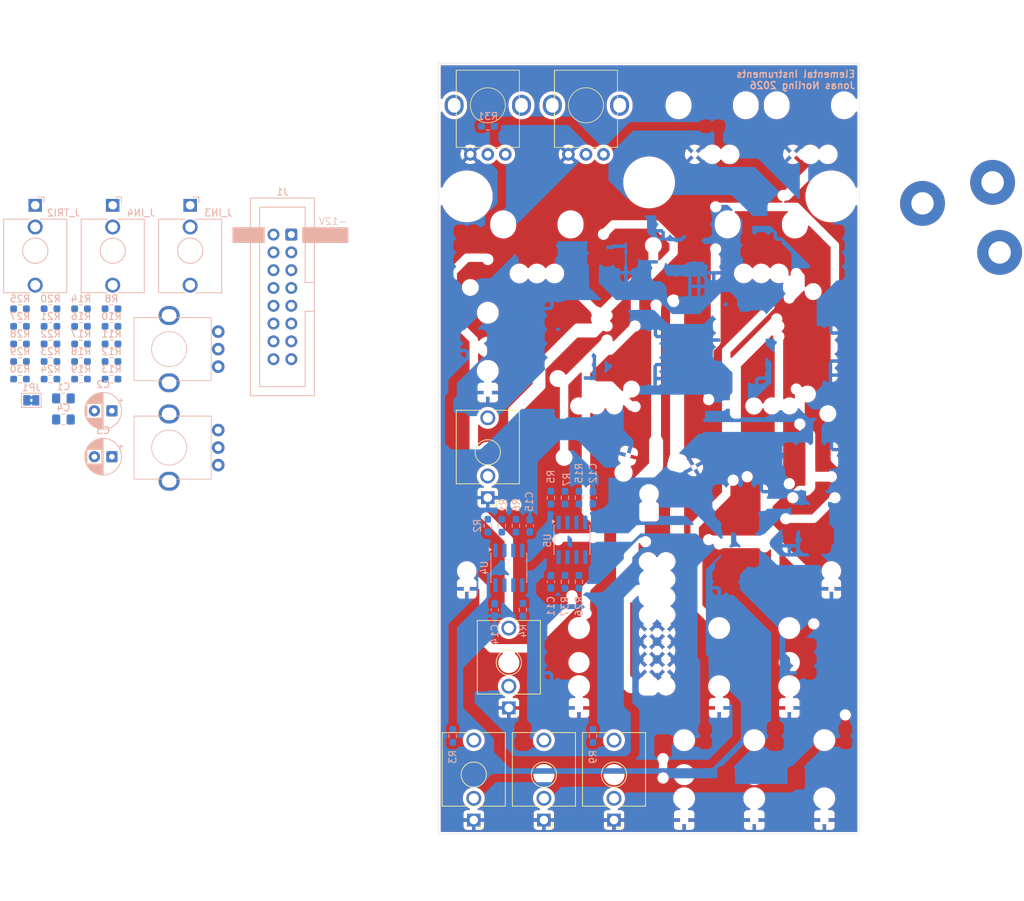
<source format=kicad_pcb>
(kicad_pcb (version 20241229) (generator "pcbnew") (generator_version "9.0")
  (layers (0 "F.Cu" power) (2 "B.Cu" signal) (13 "F.Paste" user) (15 "B.Paste" user) (5 "F.SilkS" user "F.Silkscreen") (7 "B.SilkS" user "B.Silkscreen") (1 "F.Mask" user) (3 "B.Mask" user) (25 "Edge.Cuts" user))
  (net 0 "")
  (net 1 "-12V")
  (net 3 "GND")
  (net 4 "+12V")
  (net 5 "+5V")
  (net 8 "Net-(C1-Pad2)")
  (net 9 "/DAC_OUT1")
  (net 10 "Net-(R2-Pad1)")
  (net 11 "Net-(C4-Pad2)")
  (net 12 "/DAC_OUT2")
  (net 13 "Net-(J_IN1-PadTN)")
  (net 14 "Net-(J_IN1-PadT)")
  (net 15 "Net-(J_IN2-PadT)")
  (net 16 "Net-(J_IN2-PadTN)")
  (net 17 "Net-(J_IN3-PadT)")
  (net 18 "Net-(J_IN3-PadTN)")
  (net 19 "Net-(J_IN4-PadT)")
  (net 20 "Net-(J_IN4-PadTN)")
  (net 21 "Net-(J_OUT1-PadT)")
  (net 24 "Net-(J_OUT2-PadT)")
  (net 26 "Net-(J_TRI2-PadT)")
  (net 27 "Net-(J1-Pin_14)")
  (net 28 "Net-(R4-Pad1)")
  (net 29 "Net-(J_TRI1-PadT)")
  (net 30 "BACKPLANE_CV")
  (net 31 "Net-(R5-Pad1)")
  (net 32 "/ADC_IN1")
  (net 33 "Net-(R10-Pad2)")
  (net 34 "+3.3V")
  (net 35 "Net-(R16-Pad1)")
  (net 36 "Net-(R11-Pad1)")
  (net 37 "Net-(R12-Pad2)")
  (net 38 "Net-(R13-Pad1)")
  (net 39 "Net-(U4A--)")
  (net 40 "Net-(U4B--)")
  (net 41 "Net-(U5A--)")
  (net 42 "Net-(R14-Pad2)")
  (net 43 "Net-(R29-Pad1)")
  (net 44 "Net-(R17-Pad2)")
  (net 45 "Net-(R31-Pad1)")
  (net 48 "Net-(U5B--)")
  (net 51 "Net-(R26-Pad1)")
  (net 52 "Net-(R22-Pad1)")
  (net 54 "Net-(R24-Pad1)")
  (net 56 "/ADC_IN2")
  (net 57 "Net-(R27-Pad1)")
  (net 60 "/POT2")
  (net 61 "/POT3")
  (net 62 "/POT1")
  (footprint "Connector_Audio:Jack_3.5mm_QingPu_WQP-PJ398SM_Vertical_CircularHoles" (layer "F.Cu") (at 90 132 180)
    (property "Reference" "J_IN1" (hide yes))
    (property "Value" "TS")
    (pad "S" thru_hole rect (at 0 0) (size 1.93 1.83) (drill 1.22) (layers "*.Cu" "*.Mask") (net 3 "GND"))
    (pad "T" thru_hole circle (at 0 11.4) (size 2.13 2.13) (drill 1.43) (layers "*.Cu" "*.Mask") (net 14 "Net-(J_IN1-PadT)"))
    (pad "TN" thru_hole circle (at 0 3.1) (size 2.13 2.13) (drill 1.42) (layers "*.Cu" "*.Mask") (net 13 "Net-(J_IN1-PadTN)"))
    (zone (net 0) (net_name "") (layer "F.Cu") (connect_pads (clearance 0)) (min_thickness 0.254)
      (keepout (tracks not_allowed) (vias not_allowed) (pads not_allowed) (copperpour not_allowed) (footprints not_allowed))
      (fill (thermal_gap 0.508) (thermal_bridge_width 0.508))
      (polygon (pts (xy 88.494859 125.52) (xy 88.51507 125.765829) (xy 88.575159 126.005055) (xy 88.673514 126.231256) (xy 88.807492 126.438355) (xy 88.973496 126.62079) (xy 89.167068 126.773664) (xy 89.383008 126.892869) (xy 89.615518 126.975206) (xy 89.858354 127.018461) (xy 90.104993 127.021475) (xy 90.348813 126.984165) (xy 90.583266 126.907534) (xy 90.802054 126.79364) (xy 90.999303 126.645542) (xy 91.169714 126.467216) (xy 91.308712 126.263452) (xy 91.412564 126.039722) (xy 91.478481 125.802035) (xy 91.504692 125.556774) (xy 91.490493 125.310525) (xy 91.436266 125.069901) (xy 91.343468 124.841366) (xy 91.214589 124.631055) (xy 91.053092 124.444618) (xy 90.863313 124.287061) (xy 90.65035 124.162615) (xy 90.419921 124.074623) (xy 90.178215 124.025447) (xy 89.931722 124.016408) (xy 89.687064 124.04775) (xy 89.450809 124.11863) (xy 89.229303 124.227144) (xy 89.028495 124.370379) (xy 88.853777 124.544488) (xy 88.709842 124.744795) (xy 88.600555 124.965921) (xy 88.528851 125.201926) (xy 88.496656 125.446474)))
    )
  )
  (footprint "Connector_Audio:Jack_3.5mm_QingPu_WQP-PJ398SM_Vertical_CircularHoles" (layer "F.Cu") (at 105 148 180)
    (property "Reference" "J_TRI1" (hide yes))
    (property "Value" "TS")
    (pad "S" thru_hole rect (at 0 0) (size 1.93 1.83) (drill 1.22) (layers "*.Cu" "*.Mask") (net 3 "GND"))
    (pad "T" thru_hole circle (at 0 11.4) (size 2.13 2.13) (drill 1.43) (layers "*.Cu" "*.Mask") (net 29 "Net-(J_TRI1-PadT)"))
    (pad "TN" thru_hole circle (at 0 3.1) (size 2.13 2.13) (drill 1.42) (layers "*.Cu" "*.Mask"))
    (zone (net 0) (net_name "") (layer "F.Cu") (connect_pads (clearance 0)) (min_thickness 0.254)
      (keepout (tracks not_allowed) (vias not_allowed) (pads not_allowed) (copperpour not_allowed) (footprints not_allowed))
      (fill (thermal_gap 0.508) (thermal_bridge_width 0.508))
      (polygon (pts (xy 103.494859 141.52) (xy 103.51507 141.765829) (xy 103.575159 142.005055) (xy 103.673514 142.231256) (xy 103.807492 142.438355) (xy 103.973496 142.62079) (xy 104.167068 142.773664) (xy 104.383008 142.892869) (xy 104.615518 142.975206) (xy 104.858354 143.018461) (xy 105.104993 143.021475) (xy 105.348813 142.984165) (xy 105.583266 142.907534) (xy 105.802054 142.79364) (xy 105.999303 142.645542) (xy 106.169714 142.467216) (xy 106.308712 142.263452) (xy 106.412564 142.039722) (xy 106.478481 141.802035) (xy 106.504692 141.556774) (xy 106.490493 141.310525) (xy 106.436266 141.069901) (xy 106.343468 140.841366) (xy 106.214589 140.631055) (xy 106.053092 140.444618) (xy 105.863313 140.287061) (xy 105.65035 140.162615) (xy 105.419921 140.074623) (xy 105.178215 140.025447) (xy 104.931722 140.016408) (xy 104.687064 140.04775) (xy 104.450809 140.11863) (xy 104.229303 140.227144) (xy 104.028495 140.370379) (xy 103.853777 140.544488) (xy 103.709842 140.744795) (xy 103.600555 140.965921) (xy 103.528851 141.201926) (xy 103.496656 141.446474)))
    )
  )
  (footprint "Holes:MountingHole_3.2mm_M3_Pad" (layer "F.Cu") (at 159 57)
    (property "Reference" "H2" (hide yes))
    (property "Value" "MountingHole" (hide yes))
    (pad "1" thru_hole circle (at 0 0) (size 6.4 6.4) (drill 3.2) (layers "*.Cu" "*.Mask"))
  )
  (footprint "Connector_Audio:Jack_3.5mm_QingPu_WQP-PJ398SM_Vertical_CircularHoles" (layer "F.Cu") (at 87 102 180)
    (property "Reference" "J_IN2" (hide yes))
    (property "Value" "TS")
    (pad "S" thru_hole rect (at 0 0) (size 1.93 1.83) (drill 1.22) (layers "*.Cu" "*.Mask") (net 3 "GND"))
    (pad "T" thru_hole circle (at 0 11.4) (size 2.13 2.13) (drill 1.43) (layers "*.Cu" "*.Mask") (net 15 "Net-(J_IN2-PadT)"))
    (pad "TN" thru_hole circle (at 0 3.1) (size 2.13 2.13) (drill 1.42) (layers "*.Cu" "*.Mask") (net 16 "Net-(J_IN2-PadTN)"))
    (zone (net 0) (net_name "") (layer "F.Cu") (connect_pads (clearance 0)) (min_thickness 0.254)
      (keepout (tracks not_allowed) (vias not_allowed) (pads not_allowed) (copperpour not_allowed) (footprints not_allowed))
      (fill (thermal_gap 0.508) (thermal_bridge_width 0.508))
      (polygon (pts (xy 85.494859 95.52) (xy 85.51507 95.765829) (xy 85.575159 96.005055) (xy 85.673514 96.231256) (xy 85.807492 96.438355) (xy 85.973496 96.62079) (xy 86.167068 96.773664) (xy 86.383008 96.892869) (xy 86.615518 96.975206) (xy 86.858354 97.018461) (xy 87.104993 97.021475) (xy 87.348813 96.984165) (xy 87.583266 96.907534) (xy 87.802054 96.79364) (xy 87.999303 96.645542) (xy 88.169714 96.467216) (xy 88.308712 96.263452) (xy 88.412564 96.039722) (xy 88.478481 95.802035) (xy 88.504692 95.556774) (xy 88.490493 95.310525) (xy 88.436266 95.069901) (xy 88.343468 94.841366) (xy 88.214589 94.631055) (xy 88.053092 94.444618) (xy 87.863313 94.287061) (xy 87.65035 94.162615) (xy 87.419921 94.074623) (xy 87.178215 94.025447) (xy 86.931722 94.016408) (xy 86.687064 94.04775) (xy 86.450809 94.11863) (xy 86.229303 94.227144) (xy 86.028495 94.370379) (xy 85.853777 94.544488) (xy 85.709842 94.744795) (xy 85.600555 94.965921) (xy 85.528851 95.201926) (xy 85.496656 95.446474)))
    )
  )
  (footprint "Holes:MountingHole_3.2mm_M3_Pad" (layer "F.Cu") (at 149 60)
    (property "Reference" "H3" (hide yes))
    (property "Value" "MountingHole" (hide yes))
    (pad "1" thru_hole circle (at 0 0) (size 6.4 6.4) (drill 3.2) (layers "*.Cu" "*.Mask"))
  )
  (footprint "Connector_Audio:Jack_3.5mm_QingPu_WQP-PJ398SM_Vertical_CircularHoles" (layer "F.Cu") (at 85 148 180)
    (property "Reference" "J_OUT1" (hide yes))
    (property "Value" "TS")
    (pad "S" thru_hole rect (at 0 0) (size 1.93 1.83) (drill 1.22) (layers "*.Cu" "*.Mask") (net 3 "GND"))
    (pad "T" thru_hole circle (at 0 11.4) (size 2.13 2.13) (drill 1.43) (layers "*.Cu" "*.Mask") (net 21 "Net-(J_OUT1-PadT)"))
    (pad "TN" thru_hole circle (at 0 3.1) (size 2.13 2.13) (drill 1.42) (layers "*.Cu" "*.Mask"))
    (zone (net 0) (net_name "") (layer "F.Cu") (connect_pads (clearance 0)) (min_thickness 0.254)
      (keepout (tracks not_allowed) (vias not_allowed) (pads not_allowed) (copperpour not_allowed) (footprints not_allowed))
      (fill (thermal_gap 0.508) (thermal_bridge_width 0.508))
      (polygon (pts (xy 83.494859 141.52) (xy 83.51507 141.765829) (xy 83.575159 142.005055) (xy 83.673514 142.231256) (xy 83.807492 142.438355) (xy 83.973496 142.62079) (xy 84.167068 142.773664) (xy 84.383008 142.892869) (xy 84.615518 142.975206) (xy 84.858354 143.018461) (xy 85.104993 143.021475) (xy 85.348813 142.984165) (xy 85.583266 142.907534) (xy 85.802054 142.79364) (xy 85.999303 142.645542) (xy 86.169714 142.467216) (xy 86.308712 142.263452) (xy 86.412564 142.039722) (xy 86.478481 141.802035) (xy 86.504692 141.556774) (xy 86.490493 141.310525) (xy 86.436266 141.069901) (xy 86.343468 140.841366) (xy 86.214589 140.631055) (xy 86.053092 140.444618) (xy 85.863313 140.287061) (xy 85.65035 140.162615) (xy 85.419921 140.074623) (xy 85.178215 140.025447) (xy 84.931722 140.016408) (xy 84.687064 140.04775) (xy 84.450809 140.11863) (xy 84.229303 140.227144) (xy 84.028495 140.370379) (xy 83.853777 140.544488) (xy 83.709842 140.744795) (xy 83.600555 140.965921) (xy 83.528851 141.201926) (xy 83.496656 141.446474)))
    )
  )
  (footprint "Connector_Audio:Jack_3.5mm_QingPu_WQP-PJ398SM_Vertical_CircularHoles" (layer "F.Cu") (at 95 148 180)
    (property "Reference" "J_OUT2" (hide yes))
    (property "Value" "TS")
    (pad "S" thru_hole rect (at 0 0) (size 1.93 1.83) (drill 1.22) (layers "*.Cu" "*.Mask") (net 3 "GND"))
    (pad "T" thru_hole circle (at 0 11.4) (size 2.13 2.13) (drill 1.43) (layers "*.Cu" "*.Mask") (net 24 "Net-(J_OUT2-PadT)"))
    (pad "TN" thru_hole circle (at 0 3.1) (size 2.13 2.13) (drill 1.42) (layers "*.Cu" "*.Mask"))
    (zone (net 0) (net_name "") (layer "F.Cu") (connect_pads (clearance 0)) (min_thickness 0.254)
      (keepout (tracks not_allowed) (vias not_allowed) (pads not_allowed) (copperpour not_allowed) (footprints not_allowed))
      (fill (thermal_gap 0.508) (thermal_bridge_width 0.508))
      (polygon (pts (xy 93.494859 141.52) (xy 93.51507 141.765829) (xy 93.575159 142.005055) (xy 93.673514 142.231256) (xy 93.807492 142.438355) (xy 93.973496 142.62079) (xy 94.167068 142.773664) (xy 94.383008 142.892869) (xy 94.615518 142.975206) (xy 94.858354 143.018461) (xy 95.104993 143.021475) (xy 95.348813 142.984165) (xy 95.583266 142.907534) (xy 95.802054 142.79364) (xy 95.999303 142.645542) (xy 96.169714 142.467216) (xy 96.308712 142.263452) (xy 96.412564 142.039722) (xy 96.478481 141.802035) (xy 96.504692 141.556774) (xy 96.490493 141.310525) (xy 96.436266 141.069901) (xy 96.343468 140.841366) (xy 96.214589 140.631055) (xy 96.053092 140.444618) (xy 95.863313 140.287061) (xy 95.65035 140.162615) (xy 95.419921 140.074623) (xy 95.178215 140.025447) (xy 94.931722 140.016408) (xy 94.687064 140.04775) (xy 94.450809 140.11863) (xy 94.229303 140.227144) (xy 94.028495 140.370379) (xy 93.853777 140.544488) (xy 93.709842 140.744795) (xy 93.600555 140.965921) (xy 93.528851 141.201926) (xy 93.496656 141.446474)))
    )
  )
  (footprint "Pot:RV9012NO" (layer "F.Cu") (at 101 46 90)
    (property "Reference" "RV2" (hide yes))
    (property "Value" "20k")
    (pad "" thru_hole oval (at 0 -4.8 180) (size 2.7 3) (drill oval 1.8 2.1) (layers "*.Cu" "*.Mask"))
    (pad "" thru_hole oval (at 0 4.8 180) (size 2.7 3) (drill oval 1.8 2.1) (layers "*.Cu" "*.Mask"))
    (pad "1" thru_hole circle (at -7 -2.5 180) (size 1.8 1.8) (drill 1) (layers "*.Cu" "*.Mask") (net 37 "Net-(R12-Pad2)"))
    (pad "2" thru_hole circle (at -7 0 180) (size 1.8 1.8) (drill 1) (layers "*.Cu" "*.Mask") (net 60 "/POT2"))
    (pad "3" thru_hole circle (at -7 2.5 180) (size 1.8 1.8) (drill 1) (layers "*.Cu" "*.Mask") (net 36 "Net-(R11-Pad1)"))
  )
  (footprint "Holes:MountingHole_3.2mm_M3_Pad" (layer "F.Cu") (at 160 67)
    (property "Reference" "H1" (hide yes))
    (property "Value" "MountingHole" (hide yes))
    (pad "1" thru_hole circle (at 0 0) (size 6.4 6.4) (drill 3.2) (layers "*.Cu" "*.Mask"))
  )
  (footprint "Pot:RV9012NO" (layer "F.Cu") (at 87 46 90)
    (property "Reference" "RV_1" (hide yes))
    (property "Value" "20k")
    (pad "" thru_hole oval (at 0 -4.8 180) (size 2.7 3) (drill oval 1.8 2.1) (layers "*.Cu" "*.Mask"))
    (pad "" thru_hole oval (at 0 4.8 180) (size 2.7 3) (drill oval 1.8 2.1) (layers "*.Cu" "*.Mask"))
    (pad "1" thru_hole circle (at -7 -2.5 180) (size 1.8 1.8) (drill 1) (layers "*.Cu" "*.Mask") (net 33 "Net-(R10-Pad2)"))
    (pad "2" thru_hole circle (at -7 0 180) (size 1.8 1.8) (drill 1) (layers "*.Cu" "*.Mask") (net 62 "/POT1"))
    (pad "3" thru_hole circle (at -7 2.5 180) (size 1.8 1.8) (drill 1) (layers "*.Cu" "*.Mask") (net 45 "Net-(R31-Pad1)"))
  )
  (footprint "Resistor_SMD:R_0603_1608Metric_Pad0.98x0.95mm_HandSolder" (layer "B.Cu") (at 100 102 90)
    (property "Reference" "R15" (at 3.5 0 90) (layer "B.SilkS") (effects (justify mirror)))
    (property "Value" "39k")
    (pad "1" smd roundrect (at -0.9125 0 90) (size 0.975 0.95) (layers "B.Cu" "B.Mask" "B.Paste") (net 48 "Net-(U5B--)"))
    (pad "2" smd roundrect (at 0.9125 0 90) (size 0.975 0.95) (layers "B.Cu" "B.Mask" "B.Paste") (net 26 "Net-(J_TRI2-PadT)"))
  )
  (footprint "Resistor_SMD:R_0603_1608Metric_Pad0.98x0.95mm_HandSolder" (layer "B.Cu") (at 87 49 180)
    (property "Reference" "R31" (at 0 1.43 0) (layer "B.SilkS") (effects (justify mirror)))
    (property "Value" "0")
    (pad "1" smd roundrect (at -0.9125 0 180) (size 0.975 0.95) (layers "B.Cu" "B.Mask" "B.Paste") (net 45 "Net-(R31-Pad1)"))
    (pad "2" smd roundrect (at 0.9125 0 180) (size 0.975 0.95) (layers "B.Cu" "B.Mask" "B.Paste") (net 34 "+3.3V"))
  )
  (footprint "Resistor_SMD:R_0603_1608Metric_Pad0.98x0.95mm_HandSolder" (layer "B.Cu") (at 91 106 90)
    (property "Reference" "R6" (at 2.941927 0.070323 90) (layer "B.SilkS") (effects (justify mirror)))
    (property "Value" "10k")
    (pad "1" smd roundrect (at -0.9125 0 90) (size 0.975 0.95) (layers "B.Cu" "B.Mask" "B.Paste") (net 40 "Net-(U4B--)"))
    (pad "2" smd roundrect (at 0.9125 0 90) (size 0.975 0.95) (layers "B.Cu" "B.Mask" "B.Paste") (net 11 "Net-(C4-Pad2)"))
  )
  (footprint "Resistor_SMD:R_0603_1608Metric_Pad0.98x0.95mm_HandSolder" (layer "B.Cu") (at 100 114 -90)
    (property "Reference" "R26" (at 3.5 0 90) (layer "B.SilkS") (effects (justify mirror)))
    (property "Value" "1k")
    (pad "1" smd roundrect (at -0.9125 0 270) (size 0.975 0.95) (layers "B.Cu" "B.Mask" "B.Paste") (net 51 "Net-(R26-Pad1)"))
    (pad "2" smd roundrect (at 0.9125 0 270) (size 0.975 0.95) (layers "B.Cu" "B.Mask" "B.Paste") (net 56 "/ADC_IN2"))
  )
  (footprint "Resistor_SMD:R_0603_1608Metric_Pad0.98x0.95mm_HandSolder" (layer "B.Cu") (at 20.28 75.03 180)
    (property "Reference" "R25" (at 0 1.43 0) (layer "B.SilkS") (effects (justify mirror)))
    (property "Value" "0")
    (pad "1" smd roundrect (at -0.9125 0 180) (size 0.975 0.95) (layers "B.Cu" "B.Mask" "B.Paste") (net 54 "Net-(R24-Pad1)"))
    (pad "2" smd roundrect (at 0.9125 0 180) (size 0.975 0.95) (layers "B.Cu" "B.Mask" "B.Paste"))
  )
  (footprint "Capacitor_THT:CP_Radial_D5.0mm_P2.50mm" (layer "B.Cu") (at 33.390225 96.15 180)
    (property "Reference" "C3" (at 1.25 3.75 0) (layer "B.SilkS") (effects (justify mirror)))
    (property "Value" "10u")
    (pad "1" thru_hole roundrect (at 0 0 180) (size 1.6 1.6) (drill 0.8) (layers "*.Cu" "*.Mask") (roundrect_rratio 0.15625) (net 3 "GND"))
    (pad "2" thru_hole circle (at 2.5 0 180) (size 1.6 1.6) (drill 0.8) (layers "*.Cu" "*.Mask") (net 1 "-12V"))
  )
  (footprint "Resistor_SMD:R_0603_1608Metric_Pad0.98x0.95mm_HandSolder" (layer "B.Cu") (at 33.33 85.07 180)
    (property "Reference" "R13" (at 0 1.43 0) (layer "B.SilkS") (effects (justify mirror)))
    (property "Value" "0")
    (pad "1" smd roundrect (at -0.9125 0 180) (size 0.975 0.95) (layers "B.Cu" "B.Mask" "B.Paste") (net 38 "Net-(R13-Pad1)"))
    (pad "2" smd roundrect (at 0.9125 0 180) (size 0.975 0.95) (layers "B.Cu" "B.Mask" "B.Paste") (net 34 "+3.3V"))
  )
  (footprint "Resistor_SMD:R_0603_1608Metric_Pad0.98x0.95mm_HandSolder" (layer "B.Cu") (at 28.98 77.54 180)
    (property "Reference" "R16" (at 0 1.43 0) (layer "B.SilkS") (effects (justify mirror)))
    (property "Value" "0")
    (pad "1" smd roundrect (at -0.9125 0 180) (size 0.975 0.95) (layers "B.Cu" "B.Mask" "B.Paste") (net 35 "Net-(R16-Pad1)"))
    (pad "2" smd roundrect (at 0.9125 0 180) (size 0.975 0.95) (layers "B.Cu" "B.Mask" "B.Paste") (net 34 "+3.3V"))
  )
  (footprint "Resistor_SMD:R_0603_1608Metric_Pad0.98x0.95mm_HandSolder" (layer "B.Cu") (at 20.28 82.56 180)
    (property "Reference" "R29" (at 0 1.43 0) (layer "B.SilkS") (effects (justify mirror)))
    (property "Value" "0")
    (pad "1" smd roundrect (at -0.9125 0 180) (size 0.975 0.95) (layers "B.Cu" "B.Mask" "B.Paste") (net 43 "Net-(R29-Pad1)"))
    (pad "2" smd roundrect (at 0.9125 0 180) (size 0.975 0.95) (layers "B.Cu" "B.Mask" "B.Paste") (net 19 "Net-(J_IN4-PadT)"))
  )
  (footprint "Resistor_SMD:R_0603_1608Metric_Pad0.98x0.95mm_HandSolder" (layer "B.Cu") (at 87 106 90)
    (property "Reference" "R2" (at 0 -1.5 90) (layer "B.SilkS") (effects (justify mirror)))
    (property "Value" "39k")
    (pad "1" smd roundrect (at -0.9125 0 90) (size 0.975 0.95) (layers "B.Cu" "B.Mask" "B.Paste") (net 10 "Net-(R2-Pad1)"))
    (pad "2" smd roundrect (at 0.9125 0 90) (size 0.975 0.95) (layers "B.Cu" "B.Mask" "B.Paste") (net 39 "Net-(U4A--)"))
  )
  (footprint "Resistor_SMD:R_0603_1608Metric_Pad0.98x0.95mm_HandSolder" (layer "B.Cu") (at 24.63 80.05 180)
    (property "Reference" "R22" (at 0 1.43 0) (layer "B.SilkS") (effects (justify mirror)))
    (property "Value" "0")
    (pad "1" smd roundrect (at -0.9125 0 180) (size 0.975 0.95) (layers "B.Cu" "B.Mask" "B.Paste") (net 52 "Net-(R22-Pad1)"))
    (pad "2" smd roundrect (at 0.9125 0 180) (size 0.975 0.95) (layers "B.Cu" "B.Mask" "B.Paste") (net 14 "Net-(J_IN1-PadT)"))
  )
  (footprint "Resistor_SMD:R_0603_1608Metric_Pad0.98x0.95mm_HandSolder" (layer "B.Cu") (at 28.98 85.07 180)
    (property "Reference" "R19" (at 0 1.43 0) (layer "B.SilkS") (effects (justify mirror)))
    (property "Value" "0")
    (pad "1" smd roundrect (at -0.9125 0 180) (size 0.975 0.95) (layers "B.Cu" "B.Mask" "B.Paste"))
    (pad "2" smd roundrect (at 0.9125 0 180) (size 0.975 0.95) (layers "B.Cu" "B.Mask" "B.Paste") (net 16 "Net-(J_IN2-PadTN)"))
  )
  (footprint "Resistor_SMD:R_0603_1608Metric_Pad0.98x0.95mm_HandSolder" (layer "B.Cu") (at 24.63 85.07 180)
    (property "Reference" "R24" (at 0 1.43 0) (layer "B.SilkS") (effects (justify mirror)))
    (property "Value" "0")
    (pad "1" smd roundrect (at -0.9125 0 180) (size 0.975 0.95) (layers "B.Cu" "B.Mask" "B.Paste") (net 54 "Net-(R24-Pad1)"))
    (pad "2" smd roundrect (at 0.9125 0 180) (size 0.975 0.95) (layers "B.Cu" "B.Mask" "B.Paste") (net 15 "Net-(J_IN2-PadT)"))
  )
  (footprint "Resistor_SMD:R_0603_1608Metric_Pad0.98x0.95mm_HandSolder" (layer "B.Cu") (at 96 102 90)
    (property "Reference" "R5" (at 3 0 90) (layer "B.SilkS") (effects (justify mirror)))
    (property "Value" "10k")
    (pad "1" smd roundrect (at -0.9125 0 90) (size 0.975 0.95) (layers "B.Cu" "B.Mask" "B.Paste") (net 31 "Net-(R5-Pad1)"))
    (pad "2" smd roundrect (at 0.9125 0 90) (size 0.975 0.95) (layers "B.Cu" "B.Mask" "B.Paste") (net 41 "Net-(U5A--)"))
  )
  (footprint "Resistor_SMD:R_0603_1608Metric_Pad0.98x0.95mm_HandSolder" (layer "B.Cu") (at 20.28 85.07 180)
    (property "Reference" "R30" (at 0 1.43 0) (layer "B.SilkS") (effects (justify mirror)))
    (property "Value" "0")
    (pad "1" smd roundrect (at -0.9125 0 180) (size 0.975 0.95) (layers "B.Cu" "B.Mask" "B.Paste") (net 43 "Net-(R29-Pad1)"))
    (pad "2" smd roundrect (at 0.9125 0 180) (size 0.975 0.95) (layers "B.Cu" "B.Mask" "B.Paste"))
  )
  (footprint "Resistor_SMD:R_0603_1608Metric_Pad0.98x0.95mm_HandSolder" (layer "B.Cu") (at 20.28 80.05 180)
    (property "Reference" "R28" (at 0 1.43 0) (layer "B.SilkS") (effects (justify mirror)))
    (property "Value" "0")
    (pad "1" smd roundrect (at -0.9125 0 180) (size 0.975 0.95) (layers "B.Cu" "B.Mask" "B.Paste") (net 57 "Net-(R27-Pad1)"))
    (pad "2" smd roundrect (at 0.9125 0 180) (size 0.975 0.95) (layers "B.Cu" "B.Mask" "B.Paste"))
  )
  (footprint "Resistor_SMD:R_0603_1608Metric_Pad0.98x0.95mm_HandSolder" (layer "B.Cu") (at 24.63 75.03 180)
    (property "Reference" "R20" (at 0 1.43 0) (layer "B.SilkS") (effects (justify mirror)))
    (property "Value" "0")
    (pad "1" smd roundrect (at -0.9125 0 180) (size 0.975 0.95) (layers "B.Cu" "B.Mask" "B.Paste"))
    (pad "2" smd roundrect (at 0.9125 0 180) (size 0.975 0.95) (layers "B.Cu" "B.Mask" "B.Paste") (net 18 "Net-(J_IN3-PadTN)"))
  )
  (footprint "Resistor_SMD:R_0603_1608Metric_Pad0.98x0.95mm_HandSolder" (layer "B.Cu") (at 82 136 90)
    (property "Reference" "R3" (at -3 0 90) (layer "B.SilkS") (effects (justify mirror)))
    (property "Value" "1k")
    (pad "1" smd roundrect (at -0.9125 0 90) (size 0.975 0.95) (layers "B.Cu" "B.Mask" "B.Paste") (net 21 "Net-(J_OUT1-PadT)"))
    (pad "2" smd roundrect (at 0.9125 0 90) (size 0.975 0.95) (layers "B.Cu" "B.Mask" "B.Paste") (net 10 "Net-(R2-Pad1)"))
  )
  (footprint "Connector_Audio:Jack_3.5mm_QingPu_WQP-PJ398SM_Vertical_CircularHoles" (layer "B.Cu") (at 44.55 60.27 180)
    (property "Reference" "J_IN3" (at -4.03 -1.08 0) (layer "B.SilkS") (effects (justify mirror)))
    (property "Value" "TS")
    (pad "S" thru_hole rect (at 0 0) (size 1.93 1.83) (drill 1.22) (layers "*.Cu" "*.Mask") (net 3 "GND"))
    (pad "T" thru_hole circle (at 0 -11.4) (size 2.13 2.13) (drill 1.43) (layers "*.Cu" "*.Mask") (net 17 "Net-(J_IN3-PadT)"))
    (pad "TN" thru_hole circle (at 0 -3.1) (size 2.13 2.13) (drill 1.42) (layers "*.Cu" "*.Mask") (net 18 "Net-(J_IN3-PadTN)"))
    (zone (net 0) (net_name "") (layer "B.Cu") (connect_pads (clearance 0)) (min_thickness 0.254)
      (keepout (tracks not_allowed) (vias not_allowed) (pads not_allowed) (copperpour not_allowed) (footprints not_allowed))
      (fill (thermal_gap 0.508) (thermal_bridge_width 0.508))
      (polygon (pts (xy 43.044859 66.75) (xy 43.06507 66.504171) (xy 43.125159 66.264945) (xy 43.223514 66.038744) (xy 43.357492 65.831645) (xy 43.523496 65.64921) (xy 43.717068 65.496336) (xy 43.933008 65.377131) (xy 44.165518 65.294794) (xy 44.408354 65.251539) (xy 44.654993 65.248525) (xy 44.898813 65.285835) (xy 45.133266 65.362466) (xy 45.352054 65.47636) (xy 45.549303 65.624458) (xy 45.719714 65.802784) (xy 45.858712 66.006548) (xy 45.962564 66.230278) (xy 46.028481 66.467965) (xy 46.054692 66.713226) (xy 46.040493 66.959475) (xy 45.986266 67.200099) (xy 45.893468 67.428634) (xy 45.764589 67.638945) (xy 45.603092 67.825382) (xy 45.413313 67.982939) (xy 45.20035 68.107385) (xy 44.969921 68.195377) (xy 44.728215 68.244553) (xy 44.481722 68.253592) (xy 44.237064 68.22225) (xy 44.000809 68.15137) (xy 43.779303 68.042856) (xy 43.578495 67.899621) (xy 43.403777 67.725512) (xy 43.259842 67.525205) (xy 43.150555 67.304079) (xy 43.078851 67.068074) (xy 43.046656 66.823526)))
    )
  )
  (footprint "Capacitor_SMD:C_0603_1608Metric_Pad1.08x0.95mm_HandSolder" (layer "B.Cu") (at 88 118 -90)
    (property "Reference" "C14" (at 3.5 0 90) (layer "B.SilkS") (effects (justify mirror)))
    (property "Value" "100n")
    (pad "1" smd roundrect (at -0.8625 0 270) (size 1.075 0.95) (layers "B.Cu" "B.Mask" "B.Paste") (net 4 "+12V"))
    (pad "2" smd roundrect (at 0.8625 0 270) (size 1.075 0.95) (layers "B.Cu" "B.Mask" "B.Paste") (net 3 "GND"))
  )
  (footprint "Resistor_SMD:R_0603_1608Metric_Pad0.98x0.95mm_HandSolder" (layer "B.Cu") (at 98 114 -90)
    (property "Reference" "R37" (at 3.5 0 90) (layer "B.SilkS") (effects (justify mirror)))
    (property "Value" "10k")
    (pad "1" smd roundrect (at -0.9125 0 270) (size 0.975 0.95) (layers "B.Cu" "B.Mask" "B.Paste") (net 51 "Net-(R26-Pad1)"))
    (pad "2" smd roundrect (at 0.9125 0 270) (size 0.975 0.95) (layers "B.Cu" "B.Mask" "B.Paste") (net 48 "Net-(U5B--)"))
  )
  (footprint "Capacitor_SMD:C_0805_2012Metric_Pad1.18x1.45mm_HandSolder" (layer "B.Cu") (at 26.47 87.83 180)
    (property "Reference" "C1" (at 0 1.68 0) (layer "B.SilkS") (effects (justify mirror)))
    (property "Value" "100n")
    (pad "1" smd roundrect (at -1.0375 0 180) (size 1.175 1.45) (layers "B.Cu" "B.Mask" "B.Paste") (roundrect_rratio 0.212766) (net 9 "/DAC_OUT1"))
    (pad "2" smd roundrect (at 1.0375 0 180) (size 1.175 1.45) (layers "B.Cu" "B.Mask" "B.Paste") (roundrect_rratio 0.212766) (net 8 "Net-(C1-Pad2)"))
  )
  (footprint "Resistor_SMD:R_0603_1608Metric_Pad0.98x0.95mm_HandSolder" (layer "B.Cu") (at 33.33 80.05 180)
    (property "Reference" "R11" (at 0 1.43 0) (layer "B.SilkS") (effects (justify mirror)))
    (property "Value" "0")
    (pad "1" smd roundrect (at -0.9125 0 180) (size 0.975 0.95) (layers "B.Cu" "B.Mask" "B.Paste") (net 36 "Net-(R11-Pad1)"))
    (pad "2" smd roundrect (at 0.9125 0 180) (size 0.975 0.95) (layers "B.Cu" "B.Mask" "B.Paste") (net 34 "+3.3V"))
  )
  (footprint "Resistor_SMD:R_0603_1608Metric_Pad0.98x0.95mm_HandSolder" (layer "B.Cu") (at 33.33 77.54 180)
    (property "Reference" "R10" (at 0 1.43 0) (layer "B.SilkS") (effects (justify mirror)))
    (property "Value" "0")
    (pad "1" smd roundrect (at -0.9125 0 180) (size 0.975 0.95) (layers "B.Cu" "B.Mask" "B.Paste") (net 3 "GND"))
    (pad "2" smd roundrect (at 0.9125 0 180) (size 0.975 0.95) (layers "B.Cu" "B.Mask" "B.Paste") (net 33 "Net-(R10-Pad2)"))
  )
  (footprint "Resistor_SMD:R_0603_1608Metric_Pad0.98x0.95mm_HandSolder" (layer "B.Cu") (at 28.98 82.56 180)
    (property "Reference" "R18" (at 0 1.43 0) (layer "B.SilkS") (effects (justify mirror)))
    (property "Value" "0")
    (pad "1" smd roundrect (at -0.9125 0 180) (size 0.975 0.95) (layers "B.Cu" "B.Mask" "B.Paste"))
    (pad "2" smd roundrect (at 0.9125 0 180) (size 0.975 0.95) (layers "B.Cu" "B.Mask" "B.Paste") (net 13 "Net-(J_IN1-PadTN)"))
  )
  (footprint "Resistor_SMD:R_0603_1608Metric_Pad0.98x0.95mm_HandSolder" (layer "B.Cu") (at 92 118 90)
    (property "Reference" "R4" (at -3 0 90) (layer "B.SilkS") (effects (justify mirror)))
    (property "Value" "39k")
    (pad "1" smd roundrect (at -0.9125 0 90) (size 0.975 0.95) (layers "B.Cu" "B.Mask" "B.Paste") (net 28 "Net-(R4-Pad1)"))
    (pad "2" smd roundrect (at 0.9125 0 90) (size 0.975 0.95) (layers "B.Cu" "B.Mask" "B.Paste") (net 40 "Net-(U4B--)"))
  )
  (footprint "Resistor_SMD:R_0603_1608Metric_Pad0.98x0.95mm_HandSolder" (layer "B.Cu") (at 28.98 80.05 180)
    (property "Reference" "R17" (at 0 1.43 0) (layer "B.SilkS") (effects (justify mirror)))
    (property "Value" "0")
    (pad "1" smd roundrect (at -0.9125 0 180) (size 0.975 0.95) (layers "B.Cu" "B.Mask" "B.Paste") (net 3 "GND"))
    (pad "2" smd roundrect (at 0.9125 0 180) (size 0.975 0.95) (layers "B.Cu" "B.Mask" "B.Paste") (net 44 "Net-(R17-Pad2)"))
  )
  (footprint "Resistor_SMD:R_0603_1608Metric_Pad0.98x0.95mm_HandSolder" (layer "B.Cu") (at 89 106 90)
    (property "Reference" "R1" (at 2.901189 0.211023 90) (layer "B.SilkS") (effects (justify mirror)))
    (property "Value" "10k")
    (pad "1" smd roundrect (at -0.9125 0 90) (size 0.975 0.95) (layers "B.Cu" "B.Mask" "B.Paste") (net 39 "Net-(U4A--)"))
    (pad "2" smd roundrect (at 0.9125 0 90) (size 0.975 0.95) (layers "B.Cu" "B.Mask" "B.Paste") (net 8 "Net-(C1-Pad2)"))
  )
  (footprint "Resistor_SMD:R_0603_1608Metric_Pad0.98x0.95mm_HandSolder" (layer "B.Cu") (at 98 102 90)
    (property "Reference" "R7" (at 2.606404 0.272219 90) (layer "B.SilkS") (effects (justify mirror)))
    (property "Value" "39k")
    (pad "1" smd roundrect (at -0.9125 0 90) (size 0.975 0.95) (layers "B.Cu" "B.Mask" "B.Paste") (net 41 "Net-(U5A--)"))
    (pad "2" smd roundrect (at 0.9125 0 90) (size 0.975 0.95) (layers "B.Cu" "B.Mask" "B.Paste") (net 29 "Net-(J_TRI1-PadT)"))
  )
  (footprint "Resistor_SMD:R_0603_1608Metric_Pad0.98x0.95mm_HandSolder" (layer "B.Cu") (at 102 136 90)
    (property "Reference" "R9" (at -3 0 90) (layer "B.SilkS") (effects (justify mirror)))
    (property "Value" "1k")
    (pad "1" smd roundrect (at -0.9125 0 90) (size 0.975 0.95) (layers "B.Cu" "B.Mask" "B.Paste") (net 32 "/ADC_IN1"))
    (pad "2" smd roundrect (at 0.9125 0 90) (size 0.975 0.95) (layers "B.Cu" "B.Mask" "B.Paste") (net 31 "Net-(R5-Pad1)"))
  )
  (footprint "Pot:RV9012NO" (layer "B.Cu") (at 41.55 94.85 180)
    (property "Reference" "RV4" (hide yes))
    (property "Value" "20k")
    (pad "" thru_hole oval (at 0 -4.8 90) (size 2.7 3) (drill oval 1.8 2.1) (layers "*.Cu" "*.Mask"))
    (pad "" thru_hole oval (at 0 4.8 90) (size 2.7 3) (drill oval 1.8 2.1) (layers "*.Cu" "*.Mask"))
    (pad "1" thru_hole circle (at -7 2.5 90) (size 1.8 1.8) (drill 1) (layers "*.Cu" "*.Mask") (net 44 "Net-(R17-Pad2)"))
    (pad "2" thru_hole circle (at -7 0 90) (size 1.8 1.8) (drill 1) (layers "*.Cu" "*.Mask") (net 61 "/POT3"))
    (pad "3" thru_hole circle (at -7 -2.5 90) (size 1.8 1.8) (drill 1) (layers "*.Cu" "*.Mask") (net 35 "Net-(R16-Pad1)"))
  )
  (footprint "Capacitor_SMD:C_0603_1608Metric_Pad1.08x0.95mm_HandSolder" (layer "B.Cu") (at 96 114 -90)
    (property "Reference" "C11" (at 3.5 0 90) (layer "B.SilkS") (effects (justify mirror)))
    (property "Value" "100n")
    (pad "1" smd roundrect (at -0.8625 0 270) (size 1.075 0.95) (layers "B.Cu" "B.Mask" "B.Paste") (net 4 "+12V"))
    (pad "2" smd roundrect (at 0.8625 0 270) (size 1.075 0.95) (layers "B.Cu" "B.Mask" "B.Paste") (net 3 "GND"))
  )
  (footprint "Resistor_SMD:R_0603_1608Metric_Pad0.98x0.95mm_HandSolder" (layer "B.Cu") (at 20.28 77.54 180)
    (property "Reference" "R27" (at 0 1.43 0) (layer "B.SilkS") (effects (justify mirror)))
    (property "Value" "0")
    (pad "1" smd roundrect (at -0.9125 0 180) (size 0.975 0.95) (layers "B.Cu" "B.Mask" "B.Paste") (net 57 "Net-(R27-Pad1)"))
    (pad "2" smd roundrect (at 0.9125 0 180) (size 0.975 0.95) (layers "B.Cu" "B.Mask" "B.Paste") (net 17 "Net-(J_IN3-PadT)"))
  )
  (footprint "Resistor_SMD:R_0603_1608Metric_Pad0.98x0.95mm_HandSolder" (layer "B.Cu") (at 28.98 75.03 180)
    (property "Reference" "R14" (at 0 1.43 0) (layer "B.SilkS") (effects (justify mirror)))
    (property "Value" "0")
    (pad "1" smd roundrect (at -0.9125 0 180) (size 0.975 0.95) (layers "B.Cu" "B.Mask" "B.Paste") (net 3 "GND"))
    (pad "2" smd roundrect (at 0.9125 0 180) (size 0.975 0.95) (layers "B.Cu" "B.Mask" "B.Paste") (net 42 "Net-(R14-Pad2)"))
  )
  (footprint "Resistor_SMD:R_0603_1608Metric_Pad0.98x0.95mm_HandSolder" (layer "B.Cu") (at 33.33 75.03 180)
    (property "Reference" "R8" (at 0 1.43 0) (layer "B.SilkS") (effects (justify mirror)))
    (property "Value" "1k")
    (pad "1" smd roundrect (at -0.9125 0 180) (size 0.975 0.95) (layers "B.Cu" "B.Mask" "B.Paste") (net 24 "Net-(J_OUT2-PadT)"))
    (pad "2" smd roundrect (at 0.9125 0 180) (size 0.975 0.95) (layers "B.Cu" "B.Mask" "B.Paste") (net 28 "Net-(R4-Pad1)"))
  )
  (footprint "Connector_Audio:Jack_3.5mm_QingPu_WQP-PJ398SM_Vertical_CircularHoles" (layer "B.Cu") (at 22.45 60.27 180)
    (property "Reference" "J_TRI2" (at -4.03 -1.08 0) (layer "B.SilkS") (effects (justify mirror)))
    (property "Value" "TS")
    (pad "S" thru_hole rect (at 0 0) (size 1.93 1.83) (drill 1.22) (layers "*.Cu" "*.Mask") (net 3 "GND"))
    (pad "T" thru_hole circle (at 0 -11.4) (size 2.13 2.13) (drill 1.43) (layers "*.Cu" "*.Mask") (net 26 "Net-(J_TRI2-PadT)"))
    (pad "TN" thru_hole circle (at 0 -3.1) (size 2.13 2.13) (drill 1.42) (layers "*.Cu" "*.Mask"))
    (zone (net 0) (net_name "") (layer "B.Cu") (connect_pads (clearance 0)) (min_thickness 0.254)
      (keepout (tracks not_allowed) (vias not_allowed) (pads not_allowed) (copperpour not_allowed) (footprints not_allowed))
      (fill (thermal_gap 0.508) (thermal_bridge_width 0.508))
      (polygon (pts (xy 20.944859 66.75) (xy 20.96507 66.504171) (xy 21.025159 66.264945) (xy 21.123514 66.038744) (xy 21.257492 65.831645) (xy 21.423496 65.64921) (xy 21.617068 65.496336) (xy 21.833008 65.377131) (xy 22.065518 65.294794) (xy 22.308354 65.251539) (xy 22.554993 65.248525) (xy 22.798813 65.285835) (xy 23.033266 65.362466) (xy 23.252054 65.47636) (xy 23.449303 65.624458) (xy 23.619714 65.802784) (xy 23.758712 66.006548) (xy 23.862564 66.230278) (xy 23.928481 66.467965) (xy 23.954692 66.713226) (xy 23.940493 66.959475) (xy 23.886266 67.200099) (xy 23.793468 67.428634) (xy 23.664589 67.638945) (xy 23.503092 67.825382) (xy 23.313313 67.982939) (xy 23.10035 68.107385) (xy 22.869921 68.195377) (xy 22.628215 68.244553) (xy 22.381722 68.253592) (xy 22.137064 68.22225) (xy 21.900809 68.15137) (xy 21.679303 68.042856) (xy 21.478495 67.899621) (xy 21.303777 67.725512) (xy 21.159842 67.525205) (xy 21.050555 67.304079) (xy 20.978851 67.068074) (xy 20.946656 66.823526)))
    )
  )
  (footprint "Resistor_SMD:R_0603_1608Metric_Pad0.98x0.95mm_HandSolder" (layer "B.Cu") (at 24.63 82.56 180)
    (property "Reference" "R23" (at 0 1.43 0) (layer "B.SilkS") (effects (justify mirror)))
    (property "Value" "0")
    (pad "1" smd roundrect (at -0.9125 0 180) (size 0.975 0.95) (layers "B.Cu" "B.Mask" "B.Paste") (net 52 "Net-(R22-Pad1)"))
    (pad "2" smd roundrect (at 0.9125 0 180) (size 0.975 0.95) (layers "B.Cu" "B.Mask" "B.Paste"))
  )
  (footprint "Capacitor_THT:CP_Radial_D5.0mm_P2.50mm" (layer "B.Cu") (at 33.390225 89.6 180)
    (property "Reference" "C2" (at 1.25 3.75 0) (layer "B.SilkS") (effects (justify mirror)))
    (property "Value" "10u")
    (pad "1" thru_hole roundrect (at 0 0 180) (size 1.6 1.6) (drill 0.8) (layers "*.Cu" "*.Mask") (roundrect_rratio 0.15625) (net 4 "+12V"))
    (pad "2" thru_hole circle (at 2.5 0 180) (size 1.6 1.6) (drill 0.8) (layers "*.Cu" "*.Mask") (net 3 "GND"))
  )
  (footprint "Resistor_SMD:R_0603_1608Metric_Pad0.98x0.95mm_HandSolder" (layer "B.Cu") (at 24.63 77.54 180)
    (property "Reference" "R21" (at 0 1.43 0) (layer "B.SilkS") (effects (justify mirror)))
    (property "Value" "0")
    (pad "1" smd roundrect (at -0.9125 0 180) (size 0.975 0.95) (layers "B.Cu" "B.Mask" "B.Paste"))
    (pad "2" smd roundrect (at 0.9125 0 180) (size 0.975 0.95) (layers "B.Cu" "B.Mask" "B.Paste") (net 20 "Net-(J_IN4-PadTN)"))
  )
  (footprint "Capacitor_SMD:C_0805_2012Metric_Pad1.18x1.45mm_HandSolder" (layer "B.Cu") (at 26.47 90.84 180)
    (property "Reference" "C4" (at 0 1.68 0) (layer "B.SilkS") (effects (justify mirror)))
    (property "Value" "100n")
    (pad "1" smd roundrect (at -1.0375 0 180) (size 1.175 1.45) (layers "B.Cu" "B.Mask" "B.Paste") (roundrect_rratio 0.212766) (net 12 "/DAC_OUT2"))
    (pad "2" smd roundrect (at 1.0375 0 180) (size 1.175 1.45) (layers "B.Cu" "B.Mask" "B.Paste") (roundrect_rratio 0.212766) (net 11 "Net-(C4-Pad2)"))
  )
  (footprint "Capacitor_SMD:C_0603_1608Metric_Pad1.08x0.95mm_HandSolder" (layer "B.Cu") (at 102 102 -90)
    (property "Reference" "C12" (at -3.5 0 270) (layer "B.SilkS") (effects (justify mirror)))
    (property "Value" "100n")
    (pad "1" smd roundrect (at -0.8625 0 270) (size 1.075 0.95) (layers "B.Cu" "B.Mask" "B.Paste") (net 3 "GND"))
    (pad "2" smd roundrect (at 0.8625 0 270) (size 1.075 0.95) (layers "B.Cu" "B.Mask" "B.Paste") (net 1 "-12V"))
  )
  (footprint "Jumper:SolderJumper-2_P1.3mm_Bridged2Bar_Pad1.0x1.5mm" (layer "B.Cu") (at 21.89 88.1 180)
    (property "Reference" "JP1" (at 0 1.8 0) (layer "B.SilkS") (effects (justify mirror)))
    (property "Value" "jumper")
    (fp_poly (pts (xy -0.25 0.6) (xy 0.25 0.6) (xy 0.25 0.2) (xy -0.25 0.2)) (fill yes) (layer "B.Cu"))
    (fp_poly (pts (xy -0.25 -0.2) (xy 0.25 -0.2) (xy 0.25 -0.6) (xy -0.25 -0.6)) (fill yes) (layer "B.Cu"))
    (pad "1" smd rect (at -0.65 0 180) (size 1 1.5) (layers "B.Cu" "B.Mask") (net 27 "Net-(J1-Pin_14)"))
    (pad "2" smd rect (at 0.65 0 180) (size 1 1.5) (layers "B.Cu" "B.Mask") (net 30 "BACKPLANE_CV"))
  )
  (footprint "Package_SO:SOIC-8_3.9x4.9mm_P1.27mm" (layer "B.Cu") (at 90 112 -90)
    (property "Reference" "U4" (at 0 3.5 90) (layer "B.SilkS") (effects (justify mirror)))
    (property "Value" "TL072HxD")
    (pad "1" smd roundrect (at -2.475 1.905 270) (size 1.95 0.6) (layers "B.Cu" "B.Mask" "B.Paste") (net 10 "Net-(R2-Pad1)"))
    (pad "2" smd roundrect (at -2.475 0.635 270) (size 1.95 0.6) (layers "B.Cu" "B.Mask" "B.Paste") (net 39 "Net-(U4A--)"))
    (pad "3" smd roundrect (at -2.475 -0.635 270) (size 1.95 0.6) (layers "B.Cu" "B.Mask" "B.Paste") (net 3 "GND"))
    (pad "4" smd roundrect (at -2.475 -1.905 270) (size 1.95 0.6) (layers "B.Cu" "B.Mask" "B.Paste") (net 1 "-12V"))
    (pad "5" smd roundrect (at 2.475 -1.905 270) (size 1.95 0.6) (layers "B.Cu" "B.Mask" "B.Paste") (net 3 "GND"))
    (pad "6" smd roundrect (at 2.475 -0.635 270) (size 1.95 0.6) (layers "B.Cu" "B.Mask" "B.Paste") (net 40 "Net-(U4B--)"))
    (pad "7" smd roundrect (at 2.475 0.635 270) (size 1.95 0.6) (layers "B.Cu" "B.Mask" "B.Paste") (net 28 "Net-(R4-Pad1)"))
    (pad "8" smd roundrect (at 2.475 1.905 270) (size 1.95 0.6) (layers "B.Cu" "B.Mask" "B.Paste") (net 4 "+12V"))
  )
  (footprint "Eurorack:IDC-Header_2x08_P2.54mm_Vertical" (layer "B.Cu") (at 58.975 64.45 180)
    (property "Reference" "J1" (at 1.27 6.1 0) (layer "B.SilkS") (effects (justify mirror)))
    (property "Value" "Conn_02x08_Odd_Even")
    (fp_text user "-12V" (at -8 1.3 0) (layer "B.SilkS") (effects (font (thickness 0.1)) (justify left bottom mirror)))
    (pad "1" thru_hole roundrect (at 0 0 180) (size 1.7 1.7) (drill 1) (layers "*.Cu" "*.Mask") (roundrect_rratio 0.147059) (net 1 "-12V"))
    (pad "2" thru_hole circle (at 2.54 0 180) (size 1.7 1.7) (drill 1) (layers "*.Cu" "*.Mask") (net 1 "-12V"))
    (pad "3" thru_hole circle (at 0 -2.54 180) (size 1.7 1.7) (drill 1) (layers "*.Cu" "*.Mask") (net 3 "GND"))
    (pad "4" thru_hole circle (at 2.54 -2.54 180) (size 1.7 1.7) (drill 1) (layers "*.Cu" "*.Mask") (net 3 "GND"))
    (pad "5" thru_hole circle (at 0 -5.08 180) (size 1.7 1.7) (drill 1) (layers "*.Cu" "*.Mask") (net 3 "GND"))
    (pad "6" thru_hole circle (at 2.54 -5.08 180) (size 1.7 1.7) (drill 1) (layers "*.Cu" "*.Mask") (net 3 "GND"))
    (pad "7" thru_hole circle (at 0 -7.62 180) (size 1.7 1.7) (drill 1) (layers "*.Cu" "*.Mask") (net 3 "GND"))
    (pad "8" thru_hole circle (at 2.54 -7.62 180) (size 1.7 1.7) (drill 1) (layers "*.Cu" "*.Mask") (net 3 "GND"))
    (pad "9" thru_hole circle (at 0 -10.16 180) (size 1.7 1.7) (drill 1) (layers "*.Cu" "*.Mask") (net 4 "+12V"))
    (pad "10" thru_hole circle (at 2.54 -10.16 180) (size 1.7 1.7) (drill 1) (layers "*.Cu" "*.Mask") (net 4 "+12V"))
    (pad "11" thru_hole circle (at 0 -12.7 180) (size 1.7 1.7) (drill 1) (layers "*.Cu" "*.Mask") (net 5 "+5V"))
    (pad "12" thru_hole circle (at 2.54 -12.7 180) (size 1.7 1.7) (drill 1) (layers "*.Cu" "*.Mask") (net 5 "+5V"))
    (pad "13" thru_hole circle (at 0 -15.24 180) (size 1.7 1.7) (drill 1) (layers "*.Cu" "*.Mask"))
    (pad "14" thru_hole circle (at 2.54 -15.24 180) (size 1.7 1.7) (drill 1) (layers "*.Cu" "*.Mask") (net 27 "Net-(J1-Pin_14)"))
    (pad "15" thru_hole circle (at 0 -17.78 180) (size 1.7 1.7) (drill 1) (layers "*.Cu" "*.Mask"))
    (pad "16" thru_hole circle (at 2.54 -17.78 180) (size 1.7 1.7) (drill 1) (layers "*.Cu" "*.Mask"))
  )
  (footprint "Package_SO:SOIC-8_3.9x4.9mm_P1.27mm" (layer "B.Cu") (at 99 108 -90)
    (property "Reference" "U5" (at 0.103174 3.5 90) (layer "B.SilkS") (effects (justify mirror)))
    (property "Value" "TL072HxD")
    (pad "1" smd roundrect (at -2.475 1.905 270) (size 1.95 0.6) (layers "B.Cu" "B.Mask" "B.Paste") (net 31 "Net-(R5-Pad1)"))
    (pad "2" smd roundrect (at -2.475 0.635 270) (size 1.95 0.6) (layers "B.Cu" "B.Mask" "B.Paste") (net 41 "Net-(U5A--)"))
    (pad "3" smd roundrect (at -2.475 -0.635 270) (size 1.95 0.6) (layers "B.Cu" "B.Mask" "B.Paste"))
    (pad "4" smd roundrect (at -2.475 -1.905 270) (size 1.95 0.6) (layers "B.Cu" "B.Mask" "B.Paste") (net 1 "-12V"))
    (pad "5" smd roundrect (at 2.475 -1.905 270) (size 1.95 0.6) (layers "B.Cu" "B.Mask" "B.Paste"))
    (pad "6" smd roundrect (at 2.475 -0.635 270) (size 1.95 0.6) (layers "B.Cu" "B.Mask" "B.Paste") (net 48 "Net-(U5B--)"))
    (pad "7" smd roundrect (at 2.475 0.635 270) (size 1.95 0.6) (layers "B.Cu" "B.Mask" "B.Paste") (net 51 "Net-(R26-Pad1)"))
    (pad "8" smd roundrect (at 2.475 1.905 270) (size 1.95 0.6) (layers "B.Cu" "B.Mask" "B.Paste") (net 4 "+12V"))
  )
  (footprint "Connector_Audio:Jack_3.5mm_QingPu_WQP-PJ398SM_Vertical_CircularHoles" (layer "B.Cu") (at 33.5 60.27 180)
    (property "Reference" "J_IN4" (at -4.03 -1.08 0) (layer "B.SilkS") (effects (justify mirror)))
    (property "Value" "TS")
    (pad "S" thru_hole rect (at 0 0) (size 1.93 1.83) (drill 1.22) (layers "*.Cu" "*.Mask") (net 3 "GND"))
    (pad "T" thru_hole circle (at 0 -11.4) (size 2.13 2.13) (drill 1.43) (layers "*.Cu" "*.Mask") (net 19 "Net-(J_IN4-PadT)"))
    (pad "TN" thru_hole circle (at 0 -3.1) (size 2.13 2.13) (drill 1.42) (layers "*.Cu" "*.Mask") (net 20 "Net-(J_IN4-PadTN)"))
    (zone (net 0) (net_name "") (layer "B.Cu") (connect_pads (clearance 0)) (min_thickness 0.254)
      (keepout (tracks not_allowed) (vias not_allowed) (pads not_allowed) (copperpour not_allowed) (footprints not_allowed))
      (fill (thermal_gap 0.508) (thermal_bridge_width 0.508))
      (polygon (pts (xy 31.994859 66.75) (xy 32.01507 66.504171) (xy 32.075159 66.264945) (xy 32.173514 66.038744) (xy 32.307492 65.831645) (xy 32.473496 65.64921) (xy 32.667068 65.496336) (xy 32.883008 65.377131) (xy 33.115518 65.294794) (xy 33.358354 65.251539) (xy 33.604993 65.248525) (xy 33.848813 65.285835) (xy 34.083266 65.362466) (xy 34.302054 65.47636) (xy 34.499303 65.624458) (xy 34.669714 65.802784) (xy 34.808712 66.006548) (xy 34.912564 66.230278) (xy 34.978481 66.467965) (xy 35.004692 66.713226) (xy 34.990493 66.959475) (xy 34.936266 67.200099) (xy 34.843468 67.428634) (xy 34.714589 67.638945) (xy 34.553092 67.825382) (xy 34.363313 67.982939) (xy 34.15035 68.107385) (xy 33.919921 68.195377) (xy 33.678215 68.244553) (xy 33.431722 68.253592) (xy 33.187064 68.22225) (xy 32.950809 68.15137) (xy 32.729303 68.042856) (xy 32.528495 67.899621) (xy 32.353777 67.725512) (xy 32.209842 67.525205) (xy 32.100555 67.304079) (xy 32.028851 67.068074) (xy 31.996656 66.823526)))
    )
  )
  (footprint "Pot:RV9012NO" (layer "B.Cu") (at 41.55 80.8 180)
    (property "Reference" "RV3" (hide yes))
    (property "Value" "20k")
    (pad "" thru_hole oval (at 0 -4.8 90) (size 2.7 3) (drill oval 1.8 2.1) (layers "*.Cu" "*.Mask"))
    (pad "" thru_hole oval (at 0 4.8 90) (size 2.7 3) (drill oval 1.8 2.1) (layers "*.Cu" "*.Mask"))
    (pad "1" thru_hole circle (at -7 2.5 90) (size 1.8 1.8) (drill 1) (layers "*.Cu" "*.Mask") (net 42 "Net-(R14-Pad2)"))
    (pad "2" thru_hole circle (at -7 0 90) (size 1.8 1.8) (drill 1) (layers "*.Cu" "*.Mask") (net 61 "/POT3"))
    (pad "3" thru_hole circle (at -7 -2.5 90) (size 1.8 1.8) (drill 1) (layers "*.Cu" "*.Mask") (net 38 "Net-(R13-Pad1)"))
  )
  (footprint "Capacitor_SMD:C_0603_1608Metric_Pad1.08x0.95mm_HandSolder" (layer "B.Cu") (at 93 106 -90)
    (property "Reference" "C15" (at -3.429257 0.081749 90) (layer "B.SilkS") (effects (justify mirror)))
    (property "Value" "100n")
    (pad "1" smd roundrect (at -0.8625 0 270) (size 1.075 0.95) (layers "B.Cu" "B.Mask" "B.Paste") (net 3 "GND"))
    (pad "2" smd roundrect (at 0.8625 0 270) (size 1.075 0.95) (layers "B.Cu" "B.Mask" "B.Paste") (net 1 "-12V"))
  )
  (footprint "Resistor_SMD:R_0603_1608Metric_Pad0.98x0.95mm_HandSolder" (layer "B.Cu") (at 33.33 82.56 180)
    (property "Reference" "R12" (at 0 1.43 0) (layer "B.SilkS") (effects (justify mirror)))
    (property "Value" "0")
    (pad "1" smd roundrect (at -0.9125 0 180) (size 0.975 0.95) (layers "B.Cu" "B.Mask" "B.Paste") (net 3 "GND"))
    (pad "2" smd roundrect (at 0.9125 0 180) (size 0.975 0.95) (layers "B.Cu" "B.Mask" "B.Paste") (net 37 "Net-(R12-Pad2)"))
  )
  (gr_rect (start 80 40) (end 140 150) (stroke (width 0.05)) (fill no) (layer "Edge.Cuts"))
  (gr_text "Elemental Instruments\nJonas Norling 2026" (at 139.5 43.75 0) (layer "B.SilkS") (effects (font (size 1 1) (thickness 0.2) (bold yes)) (justify left bottom mirror)))
  (zone (net 3) (net_name "GND") (layers "F.Cu" "B.Cu") (priority 3) (connect_pads (clearance 0.5)) (min_thickness 0.25) (fill yes (thermal_gap 0.5) (thermal_bridge_width 0.5))
    (polygon (pts (xy 80 40) (xy 140 40) (xy 140 150) (xy 80 150)))
  )
)
</source>
